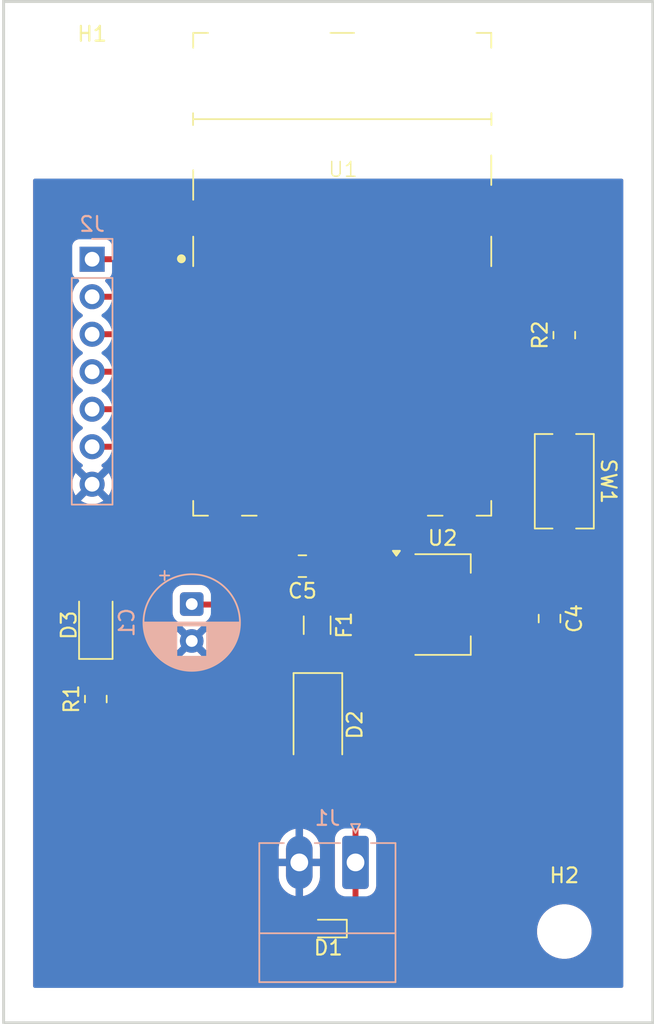
<source format=kicad_pcb>
(kicad_pcb (version 20241229) (generator "pcbnew") (generator_version "9.0")
  (title_block (title "Lambium ZigBee Router") (date "2025-06-15") (rev "B") (company "B4CKSP4CE") (comment 1 "CERN-OHL-S") (comment 2 "@heyflo"))
  (layers (0 "F.Cu" signal) (2 "B.Cu" signal) (25 "Edge.Cuts" user))
  (net 0 "")
  (net 1 "GND")
  (net 2 "+12V")
  (net 3 "Net-(D1-K)")
  (net 4 "Net-(D2-K)")
  (net 5 "/TDI")
  (net 6 "/TMS")
  (net 7 "/TCK")
  (net 8 "+3V3")
  (net 9 "/TDO")
  (net 10 "/RST")
  (net 34 "Net-(D3-A)")
  (net 35 "Net-(D3-K)")
  (net 36 "Net-(U1-PA7)")
  (footprint "Diode_SMD:D_SOD-523" (layer "F.Cu") (at 150 130.8 180)
    (property "Reference" "D1")
    (property "Value" "PESD12VS1UB")
  )
  (footprint "MountingHole:MountingHole_3.2mm_M3_ISO7380" (layer "F.Cu") (at 134 74)
    (property "Reference" "H1")
    (property "Value" "MountingHole")
  )
  (footprint "Logos:0x08_F_Cu" (layer "F.Cu") (at 136.072606 131.344884)
    (property "Reference" "REF**" (hide yes))
    (property "Value" "0x08_F_Cu")
  )
  (footprint "Capacitor_SMD:C_0805_2012Metric" (layer "F.Cu") (at 148.25 106.25 180)
    (property "Reference" "C5")
    (property "Value" "10uF / 16V")
  )
  (footprint "Diode_SMD:D_SMA" (layer "F.Cu") (at 149.3 117 -90)
    (property "Reference" "D2")
    (property "Value" "SS14")
  )
  (footprint "LED_SMD:LED_1206_3216Metric" (layer "F.Cu") (at 134.25 110.25 90)
    (property "Reference" "D3")
    (property "Value" "RUN")
  )
  (footprint "BKSP:RF_Module_CC2538" (layer "F.Cu") (at 151 87)
    (property "Reference" "U1")
    (property "Value" "CC2538")
  )
  (footprint "Fuse:Fuse_1206_3216Metric" (layer "F.Cu") (at 149.25 110.25 -90)
    (property "Reference" "F1")
    (property "Value" "MF-NSMF050-2")
  )
  (footprint "Button_Switch_SMD:SW_Tactile_SPST_NO_Straight_CK_PTS636Sx25SMTRLFS" (layer "F.Cu") (at 166 100.5 -90)
    (property "Reference" "SW1")
    (property "Value" "FLASH")
  )
  (footprint "Package_TO_SOT_SMD:SOT-223-3_TabPin2" (layer "F.Cu") (at 157.75 108.85)
    (property "Reference" "U2")
    (property "Value" "LT1117-3.3")
  )
  (footprint "Capacitor_SMD:C_0805_2012Metric" (layer "F.Cu") (at 165 109.8 -90)
    (property "Reference" "C4")
    (property "Value" "10uF / 16V")
  )
  (footprint "Resistor_SMD:R_0805_2012Metric" (layer "F.Cu") (at 134.25 115.25 90)
    (property "Reference" "R1")
    (property "Value" "270R")
  )
  (footprint "MountingHole:MountingHole_3.2mm_M3_ISO7380" (layer "F.Cu") (at 166 131)
    (property "Reference" "H2")
    (property "Value" "MountingHole")
  )
  (footprint "Resistor_SMD:R_0805_2012Metric" (layer "F.Cu") (at 166 90.6 90)
    (property "Reference" "R2")
    (property "Value" "5K1")
  )
  (footprint "Capacitor_THT:CP_Radial_D6.3mm_P2.50mm" (layer "B.Cu") (at 140.75 108.817621 -90)
    (property "Reference" "C1")
    (property "Value" "100uF / 25V")
  )
  (footprint "Connector_Phoenix_MC:PhoenixContact_MC_1,5_2-G-3.81_1x02_P3.81mm_Horizontal" (layer "B.Cu") (at 151.85 126.3175 180)
    (property "Reference" "J1")
    (property "Value" "PWR")
  )
  (footprint "Connector_PinHeader_2.54mm:PinHeader_1x07_P2.54mm_Vertical" (layer "B.Cu") (at 134 85.46 180)
    (property "Reference" "J2")
    (property "Value" "Conn_01x07_Pin")
  )
  (gr_poly (pts (xy 133.244506 123.478914) (xy 133.244656 123.477335) (xy 133.244901 123.475765) (xy 133.245242 123.474209) (xy 133.245677 123.47267) (xy 133.246209 123.471155) (xy 133.246835 123.469666) (xy 133.247557 123.468209) (xy 133.273899 123.420124) (xy 133.301114 123.372566) (xy 133.329194 123.325547) (xy 133.358131 123.279078) (xy 133.387916 123.23317) (xy 133.41854 123.187835) (xy 133.449996 123.143085) (xy 133.482275 123.09893) (xy 133.515368 123.055381) (xy 133.549266 123.012452) (xy 133.583962 122.970151) (xy 133.619447 122.928492) (xy 133.655712 122.887485) (xy 133.692749 122.847142) (xy 133.730549 122.807474) (xy 133.769104 122.768493) (xy 133.770177 122.767517) (xy 133.771285 122.766604) (xy 133.772426 122.765754) (xy 133.773597 122.764966) (xy 133.774798 122.764242) (xy 133.776024 122.763581) (xy 133.777274 122.762983) (xy 133.778545 122.762447) (xy 133.779836 122.761975) (xy 133.781143 122.761566) (xy 133.782464 122.761219) (xy 133.783797 122.760936) (xy 133.785139 122.760715) (xy 133.786488 122.760558) (xy 133.787843 122.760464) (xy 133.789199 122.760432) (xy 133.790556 122.760464) (xy 133.79191 122.760558) (xy 133.79326 122.760715) (xy 133.794602 122.760936) (xy 133.795935 122.761219) (xy 133.797256 122.761566) (xy 133.798563 122.761975) (xy 133.799853 122.762447) (xy 133.801124 122.762983) (xy 133.802374 122.763581) (xy 133.803601 122.764242) (xy 133.804801 122.764966) (xy 133.805973 122.765754) (xy 133.807114 122.766604) (xy 133.808222 122.767517) (xy 133.809294 122.768493) (xy 134.010497 122.95573) (xy 134.167715 123.097528) (xy 134.345449 123.25279) (xy 134.53078 123.407522) (xy 134.622257 123.480316) (xy 134.710787 123.547731) (xy 134.794756 123.608017) (xy 134.87255 123.659426) (xy 134.942552 123.700208) (xy 135.003147 123.728613) (xy 135.004367 123.729066) (xy 135.005604 123.729444) (xy 135.006854 123.729747) (xy 135.008114 123.729974) (xy 135.009382 123.730127) (xy 135.010653 123.730206) (xy 135.011925 123.73021) (xy 135.013194 123.73014) (xy 135.014456 123.729997) (xy 135.015709 123.729781) (xy 135.01695 123.729492) (xy 135.018174 123.72913) (xy 135.019379 123.728695) (xy 135.020561 123.728188) (xy 135.021718 123.72761) (xy 135.022845 123.726959) (xy 135.023931 123.726243) (xy 135.024967 123.725469) (xy 135.025949 123.724639) (xy 135.026878 123.723757) (xy 135.02775 123.722825) (xy 135.028565 123.721846) (xy 135.02932 123.720822) (xy 135.030014 123.719758) (xy 135.030644 123.718655) (xy 135.031211 123.717516) (xy 135.03171 123.716344) (xy 135.032142 123.715143) (xy 135.032503 123.713914) (xy 135.032793 123.71266) (xy 135.03301 123.711386) (xy 135.033151 123.710092) (xy 135.042323 123.624363) (xy 135.062442 123.529418) (xy 135.093768 123.427338) (xy 135.136561 123.320209) (xy 135.19108 123.210111) (xy 135.257587 123.099127) (xy 135.336339 122.989342) (xy 135.427598 122.882836) (xy 135.477999 122.831465) (xy 135.531624 122.781694) (xy 135.588505 122.733785) (xy 135.648676 122.687998) (xy 135.712168 122.644592) (xy 135.779014 122.60383) (xy 135.849246 122.56597) (xy 135.922897 122.531273) (xy 136 122.5) (xy 136.080587 122.472411) (xy 136.164691 122.448766) (xy 136.252343 122.429326) (xy 136.343577 122.41435) (xy 136.438425 122.4041) (xy 136.536919 122.398836) (xy 136.639092 122.398817) (xy 136.754982 122.404132) (xy 136.865947 122.41379) (xy 136.972085 122.427529) (xy 137.07349 122.445088) (xy 137.170258 122.466206) (xy 137.262484 122.490622) (xy 137.350264 122.518073) (xy 137.433694 122.548298) (xy 137.512869 122.581036) (xy 137.587884 122.616025) (xy 137.658834 122.653004) (xy 137.725817 122.691712) (xy 137.788926 122.731887) (xy 137.848258 122.773267) (xy 137.903907 122.815591) (xy 137.95597 122.858597) (xy 138.004542 122.902025) (xy 138.049718 122.945612) (xy 138.091594 122.989097) (xy 138.130266 123.032219) (xy 138.198377 123.116327) (xy 138.254815 123.195844) (xy 138.300345 123.268678) (xy 138.335731 123.332738) (xy 138.361736 123.385932) (xy 138.379125 123.426168) (xy 138.379293 123.426598) (xy 138.379443 123.427033) (xy 138.379575 123.42747) (xy 138.379689 123.42791) (xy 138.379785 123.428351) (xy 138.379863 123.428795) (xy 138.379923 123.42924) (xy 138.379966 123.429685) (xy 138.379991 123.43013) (xy 138.379999 123.430575) (xy 138.37999 123.431019) (xy 138.379964 123.431461) (xy 138.37992 123.431902) (xy 138.37986 123.43234) (xy 138.37969 123.433207) (xy 138.379453 123.434059) (xy 138.379311 123.434478) (xy 138.379152 123.434891) (xy 138.378977 123.435298) (xy 138.378786 123.435699) (xy 138.37858 123.436093) (xy 138.378357 123.43648) (xy 138.378119 123.436859) (xy 138.377866 123.437229) (xy 138.377598 123.43759) (xy 138.377314 123.437942) (xy 138.377015 123.438285) (xy 138.376701 123.438616) (xy 138.376372 123.438937) (xy 138.376029 123.439246) (xy 138.375309 123.439821) (xy 138.374554 123.440331) (xy 138.373768 123.440775) (xy 138.372956 123.441153) (xy 138.372122 123.441465) (xy 138.371269 123.441711) (xy 138.370403 123.441889) (xy 138.369526 123.442001) (xy 138.368643 123.442045) (xy 138.367758 123.442021) (xy 138.366876 123.441928) (xy 138.366 123.441767) (xy 138.365134 123.441537) (xy 138.364283 123.441238) (xy 138.36345 123.440868) (xy 138.36264 123.440429) (xy 138.314472 123.414077) (xy 138.24587 123.381891) (xy 138.204649 123.365135) (xy 138.159213 123.34875) (xy 138.109859 123.333347) (xy 138.056885 123.319534) (xy 138.000587 123.307922) (xy 137.941265 123.29912) (xy 137.879214 123.29374) (xy 137.814734 123.292389) (xy 137.748121 123.295679) (xy 137.679673 123.30422) (xy 137.609688 123.31862) (xy 137.574212 123.328208) (xy 137.538464 123.33949) (xy 137.496856 123.355004) (xy 137.457291 123.372407) (xy 137.419723 123.391586) (xy 137.384108 123.412433) (xy 137.350399 123.434835) (xy 137.318552 123.458683) (xy 137.288522 123.483866) (xy 137.260263 123.510272) (xy 137.23373 123.537792) (xy 137.208878 123.566314) (xy 137.185662 123.595727) (xy 137.164035 123.625922) (xy 137.143954 123.656787) (xy 137.125373 123.688211) (xy 137.092528 123.752296) (xy 137.06514 123.81729) (xy 137.042847 123.882308) (xy 137.025286 123.946463) (xy 137.012096 124.00887) (xy 137.002914 124.068644) (xy 136.99738 124.124898) (xy 136.99513 124.176746) (xy 136.995803 124.223304) (xy 137.003406 124.314992) (xy 137.017853 124.405502) (xy 137.039206 124.49418) (xy 137.067531 124.580371) (xy 137.084327 124.62233) (xy 137.10289 124.663423) (xy 137.123227 124.703567) (xy 137.145347 124.742682) (xy 137.169257 124.780685) (xy 137.194965 124.817494) (xy 137.222479 124.853029) (xy 137.251807 124.887206) (xy 137.282958 124.919945) (xy 137.315938 124.951165) (xy 137.350757 124.980782) (xy 137.387421 125.008716) (xy 137.425939 125.034884) (xy 137.466319 125.059206) (xy 137.508569 125.081599) (xy 137.552696 125.101981) (xy 137.598708 125.120272) (xy 137.646614 125.136389) (xy 137.696422 125.150251) (xy 137.748139 125.161775) (xy 137.801773 125.170881) (xy 137.857333 125.177486) (xy 137.914825 125.181509) (xy 137.974259 125.182868) (xy 138.039784 125.180702) (xy 138.101887 125.174365) (xy 138.160649 125.164097) (xy 138.216156 125.150137) (xy 138.268491 125.132725) (xy 138.317738 125.112101) (xy 138.363982 125.088506) (xy 138.407305 125.062179) (xy 138.447792 125.03336) (xy 138.485526 125.002289) (xy 138.520593 124.969206) (xy 138.553075 124.934351) (xy 138.583056 124.897964) (xy 138.61062 124.860284) (xy 138.635852 124.821552) (xy 138.658835 124.782008) (xy 138.679653 124.741891) (xy 138.69839 124.701442) (xy 138.729956 124.620506) (xy 138.754204 124.541119) (xy 138.771806 124.4652) (xy 138.783433 124.39467) (xy 138.789756 124.331447) (xy 138.791447 124.277451) (xy 138.789175 124.234602) (xy 138.789173 124.23413) (xy 138.78919 124.233662) (xy 138.789226 124.233198) (xy 138.789281 124.232738) (xy 138.789354 124.232284) (xy 138.789446 124.231835) (xy 138.789555 124.231391) (xy 138.789681 124.230954) (xy 138.789825 124.230524) (xy 138.789985 124.2301) (xy 138.790162 124.229685) (xy 138.790355 124.229277) (xy 138.790564 124.228878) (xy 138.790788 124.228488) (xy 138.791028 124.228108) (xy 138.791282 124.227737) (xy 138.791551 124.227377) (xy 138.791834 124.227028) (xy 138.79213 124.22669) (xy 138.792441 124.226363) (xy 138.792764 124.226049) (xy 138.7931 124.225748) (xy 138.793449 124.225459) (xy 138.79381 124.225184) (xy 138.794183 124.224924) (xy 138.794568 124.224677) (xy 138.794964 124.224446) (xy 138.79537 124.22423) (xy 138.795788 124.22403) (xy 138.796215 124.223846) (xy 138.796653 124.223679) (xy 138.7971 124.223529) (xy 138.797553 124.223397) (xy 138.798007 124.223286) (xy 138.798464 124.223193) (xy 138.798921 124.22312) (xy 138.799378 124.223066) (xy 138.799835 124.223031) (xy 138.800291 124.223015) (xy 138.800747 124.223017) (xy 138.8012 124.223037) (xy 138.801651 124.223076) (xy 138.802099 124.223132) (xy 138.802544 124.223206) (xy 138.802985 124.223298) (xy 138.803421 124.223407) (xy 138.803853 124.223533) (xy 138.804279 124.223676) (xy 138.804699 124.223836) (xy 138.805112 124.224012) (xy 138.805519 124.224205) (xy 138.805917 124.224414) (xy 138.806308 124.224639) (xy 138.80669 124.22488) (xy 138.807063 124.225137) (xy 138.807426 124.225409) (xy 138.807779 124.225696) (xy 138.808121 124.225999) (xy 138.808452 124.226316) (xy 138.808771 124.226648) (xy 138.809078 124.226994) (xy 138.809372 124.227355) (xy 138.809652 124.22773) (xy 138.809919 124.228119) (xy 138.834107 124.268939) (xy 138.863655 124.336075) (xy 138.895916 124.435095) (xy 138.912236 124.498301) (xy 138.928243 124.571565) (xy 138.943606 124.655584) (xy 138.957993 124.751052) (xy 138.971074 124.858667) (xy 138.982518 124.979125) (xy 138.991995 125.11312) (xy 138.999173 125.261348) (xy 139.003723 125.424507) (xy 139.005313 125.603291) (xy 139.000176 125.873314) (xy 138.98555 126.134208) (xy 138.962609 126.385231) (xy 138.932529 126.625641) (xy 138.896486 126.854695) (xy 138.855656 127.071651) (xy 138.811213 127.275768) (xy 138.764334 127.466301) (xy 138.716194 127.642511) (xy 138.667968 127.803653) (xy 138.620833 127.948985) (xy 138.575963 128.077767) (xy 138.497722 128.282705) (xy 138.442651 128.412531) (xy 138.441546 128.414825) (xy 138.440326 128.417044) (xy 138.438993 128.419185) (xy 138.437553 128.421245) (xy 138.43601 128.42322) (xy 138.434367 128.425105) (xy 138.432628 128.426899) (xy 138.430798 128.428596) (xy 138.42888 128.430195) (xy 138.426879 128.43169) (xy 138.424799 128.433079) (xy 138.422644 128.434357) (xy 138.420417 128.435522) (xy 138.418123 128.43657) (xy 138.415766 128.437497) (xy 138.41335 128.4383) (xy 138.410894 128.438971) (xy 138.408418 128.439505) (xy 138.405928 128.439905) (xy 138.403429 128.440169) (xy 138.400926 128.440299) (xy 138.398425 128.440296) (xy 138.395931 128.440161) (xy 138.393449 128.439893) (xy 138.390985 128.439494) (xy 138.388543 128.438965) (xy 138.386131 128.438306) (xy 138.383751 128.437517) (xy 138.381411 128.436601) (xy 138.379116 128.435557) (xy 138.37687 128.434386) (xy 138.374679 128.433089) (xy 138.076308 128.244547) (xy 138.009066 128.205265) (xy 137.915937 128.161079) (xy 137.775067 128.1049) (xy 137.580406 128.040004) (xy 137.461012 128.005311) (xy 137.325902 127.969669) (xy 137.174318 127.933486) (xy 137.005504 127.897172) (xy 136.818705 127.861137) (xy 136.613162 127.825791) (xy 136.507157 127.807651) (xy 136.404315 127.788182) (xy 136.30465 127.767506) (xy 136.208175 127.745751) (xy 136.114903 127.723041) (xy 136.024847 127.6995) (xy 135.938022 127.675254) (xy 135.854439 127.650428) (xy 135.774112 127.625146) (xy 135.697055 127.599534) (xy 135.552802 127.54782) (xy 135.421785 127.496285) (xy 135.30411 127.445929) (xy 135.199883 127.397752) (xy 135.109209 127.352754) (xy 135.032195 127.311935) (xy 134.968946 127.276295) (xy 134.884168 127.224553) (xy 134.85572 127.205528) (xy 134.817814 127.179401) (xy 134.717937 127.100828) (xy 134.65125 127.041784) (xy 134.576857 126.969522) (xy 134.497356 126.884005) (xy 134.415341 126.785198) (xy 134.333409 126.673064) (xy 134.254155 126.547568) (xy 134.180175 126.408675) (xy 134.145974 126.334192) (xy 134.114065 126.256347) (xy 134.084773 126.175134) (xy 134.058421 126.09055) (xy 134.035335 126.002589) (xy 134.015838 125.911247) (xy 134.000256 125.81652) (xy 133.988913 125.718404) (xy 133.982133 125.616893) (xy 133.980241 125.511983) (xy 133.982731 125.419287) (xy 133.988913 125.330177) (xy 133.998567 125.244597) (xy 134.011476 125.162489) (xy 134.027424 125.083799) (xy 134.046193 125.008468) (xy 134.067565 124.936439) (xy 134.091322 124.867658) (xy 134.117249 124.802066) (xy 134.145126 124.739607) (xy 134.174737 124.680224) (xy 134.205865 124.623861) (xy 134.238291 124.570461) (xy 134.271799 124.519967) (xy 134.30617 124.472323) (xy 134.341189 124.427472) (xy 134.376636 124.385358) (xy 134.412296 124.345923) (xy 134.447949 124.309111) (xy 134.48338 124.274866) (xy 134.552702 124.213847) (xy 134.618524 124.162413) (xy 134.679105 124.120112) (xy 134.732706 124.086489) (xy 134.777588 124.061092) (xy 134.812011 124.043466) (xy 134.813032 124.042839) (xy 134.814003 124.042153) (xy 134.814923 124.041411) (xy 134.815789 124.040615) (xy 134.8166 124.039769) (xy 134.817353 124.038877) (xy 134.818048 124.03794) (xy 134.818682 124.036962) (xy 134.819253 124.035947) (xy 134.81976 124.034896) (xy 134.8202 124.033814) (xy 134.820572 124.032703) (xy 134.820874 124.031567) (xy 134.821104 124.030407) (xy 134.821261 124.029229) (xy 134.821342 124.028033) (xy 134.821353 124.027433) (xy 134.821345 124.026835) (xy 134.821272 124.025649) (xy 134.821124 124.024476) (xy 134.820903 124.023321) (xy 134.82061 124.022187) (xy 134.820247 124.021076) (xy 134.819816 124.019992) (xy 134.819318 124.018939) (xy 134.818755 124.017919) (xy 134.818128 124.016936) (xy 134.817439 124.015992) (xy 134.81669 124.015091) (xy 134.815882 124.014237) (xy 134.815017 124.013431) (xy 134.814097 124.012678) (xy 134.813616 124.012322) (xy 134.813123 124.011981) (xy 134.687044 123.946765) (xy 134.560994 123.886914) (xy 134.43581 123.832237) (xy 134.312328 123.782548) (xy 134.191384 123.737658) (xy 134.073815 123.697378) (xy 133.960457 123.66152) (xy 133.852146 123.629896) (xy 133.749719 123.602318) (xy 133.654013 123.578597) (xy 133.486108 123.541974) (xy 133.355121 123.518522) (xy 133.267744 123.506733) (xy 133.266135 123.506497) (xy 133.264555 123.506165) (xy 133.263006 123.505739) (xy 133.261494 123.505222) (xy 133.26002 123.504616) (xy 133.25859 123.503924) (xy 133.257206 123.503149) (xy 133.255872 123.502292) (xy 133.254593 123.501356) (xy 133.253371 123.500344) (xy 133.252211 123.499258) (xy 133.251115 123.498102) (xy 133.250088 123.496876) (xy 133.249134 123.495584) (xy 133.248256 123.494229) (xy 133.247457 123.492813) (xy 133.246747 123.49135) (xy 133.246132 123.489856) (xy 133.245614 123.488337) (xy 133.24519 123.486795) (xy 133.244863 123.485236) (xy 133.24463 123.483664) (xy 133.244493 123.482083) (xy 133.244452 123.480499)) (stroke (width -0.000001)) (fill yes) (layer "F.Cu") (net 1))
  (gr_rect (start 128 68) (end 172 137.1825) (stroke (width 0.2)) (fill no) (layer "Edge.Cuts"))
  (segment (start 140.782379 108.85) (end 140.75 108.817621) (width 0.4) (layer "F.Cu") (net 2))
  (segment (start 153.15 111.15) (end 154.6 111.15) (width 0.4) (layer "F.Cu") (net 2))
  (segment (start 149.25 108.85) (end 140.782379 108.85) (width 0.4) (layer "F.Cu") (net 2))
  (segment (start 149.25 108.85) (end 150.85 108.85) (width 0.4) (layer "F.Cu") (net 2))
  (segment (start 149.25 108.85) (end 149.25 106.25) (width 0.4) (layer "F.Cu") (net 2))
  (segment (start 140.7 108.85) (end 140.732379 108.817621) (width 0.4) (layer "F.Cu") (net 2))
  (segment (start 149.217621 108.817621) (end 149.25 108.85) (width 0.4) (layer "F.Cu") (net 2))
  (segment (start 150.85 108.85) (end 153.15 111.15) (width 0.4) (layer "F.Cu") (net 2))
  (segment (start 151.2 130.8) (end 151.85 130.15) (width 0.4) (layer "F.Cu") (net 3))
  (segment (start 149.3 121.3) (end 149.3 119) (width 0.4) (layer "F.Cu") (net 3))
  (segment (start 150.7 130.8) (end 151.2 130.8) (width 0.4) (layer "F.Cu") (net 3))
  (segment (start 151.85 130.15) (end 151.85 126.3175) (width 0.4) (layer "F.Cu") (net 3))
  (segment (start 151.85 126.3175) (end 151.85 123.85) (width 0.4) (layer "F.Cu") (net 3))
  (segment (start 151.85 123.85) (end 149.3 121.3) (width 0.4) (layer "F.Cu") (net 3))
  (segment (start 149.3 111.7) (end 149.25 111.65) (width 0.4) (layer "F.Cu") (net 4))
  (segment (start 149.3 115) (end 149.3 111.7) (width 0.4) (layer "F.Cu") (net 4))
  (segment (start 138 94.75) (end 138.685 94.065) (width 0.4) (layer "F.Cu") (net 5))
  (segment (start 136.84 98.16) (end 138 97) (width 0.4) (layer "F.Cu") (net 5))
  (segment (start 138 97) (end 138 94.75) (width 0.4) (layer "F.Cu") (net 5))
  (segment (start 138.685 94.065) (end 140.7 94.065) (width 0.4) (layer "F.Cu") (net 5))
  (segment (start 134 98.16) (end 136.84 98.16) (width 0.4) (layer "F.Cu") (net 5))
  (segment (start 140.695 90.25) (end 140.7 90.255) (width 0.4) (layer "F.Cu") (net 6))
  (segment (start 137.5 90.25) (end 140.695 90.25) (width 0.4) (layer "F.Cu") (net 6))
  (segment (start 134 90.54) (end 137.21 90.54) (width 0.4) (layer "F.Cu") (net 6))
  (segment (start 137.21 90.54) (end 137.5 90.25) (width 0.4) (layer "F.Cu") (net 6))
  (segment (start 134 93.08) (end 136.17 93.08) (width 0.4) (layer "F.Cu") (net 7))
  (segment (start 136.17 93.08) (end 137.725 91.525) (width 0.4) (layer "F.Cu") (net 7))
  (segment (start 137.725 91.525) (end 140.7 91.525) (width 0.4) (layer "F.Cu") (net 7))
  (segment (start 158 108.85) (end 160.9 108.85) (width 0.4) (layer "F.Cu") (net 8))
  (segment (start 153.735 88.985) (end 158 93.25) (width 0.4) (layer "F.Cu") (net 8))
  (segment (start 165 106.85) (end 166 105.85) (width 0.4) (layer "F.Cu") (net 8))
  (segment (start 137.5 88) (end 138.485 88.985) (width 0.4) (layer "F.Cu") (net 8))
  (segment (start 166 105.85) (end 166 104.375) (width 0.4) (layer "F.Cu") (net 8))
  (segment (start 154.6 108.85) (end 158 108.85) (width 0.4) (layer "F.Cu") (net 8))
  (segment (start 158 93.25) (end 158 108.85) (width 0.4) (layer "F.Cu") (net 8))
  (segment (start 165 108.85) (end 165 106.85) (width 0.4) (layer "F.Cu") (net 8))
  (segment (start 134 88) (end 137.5 88) (width 0.4) (layer "F.Cu") (net 8))
  (segment (start 140.7 88.985) (end 153.735 88.985) (width 0.4) (layer "F.Cu") (net 8))
  (segment (start 138.485 88.985) (end 140.7 88.985) (width 0.4) (layer "F.Cu") (net 8))
  (segment (start 165 108.85) (end 160.9 108.85) (width 0.4) (layer "F.Cu") (net 8))
  (segment (start 136.63 95.62) (end 137 95.25) (width 0.4) (layer "F.Cu") (net 9))
  (segment (start 137 94) (end 138.205 92.795) (width 0.4) (layer "F.Cu") (net 9))
  (segment (start 137 95.25) (end 137 94) (width 0.4) (layer "F.Cu") (net 9))
  (segment (start 134 95.62) (end 136.63 95.62) (width 0.4) (layer "F.Cu") (net 9))
  (segment (start 138.205 92.795) (end 140.7 92.795) (width 0.4) (layer "F.Cu") (net 9))
  (segment (start 134 85.46) (end 134.04 85.5) (width 0.4) (layer "F.Cu") (net 10))
  (segment (start 161.2 87.715) (end 157.715 87.715) (width 0.4) (layer "F.Cu") (net 10))
  (segment (start 152.5 82.5) (end 140.5 82.5) (width 0.4) (layer "F.Cu") (net 10))
  (segment (start 157.715 87.715) (end 152.5 82.5) (width 0.4) (layer "F.Cu") (net 10))
  (segment (start 137.54 85.46) (end 134 85.46) (width 0.4) (layer "F.Cu") (net 10))
  (segment (start 140.5 82.5) (end 137.54 85.46) (width 0.4) (layer "F.Cu") (net 10))
  (segment (start 134.25 108.85) (end 134.25 106.75) (width 0.4) (layer "F.Cu") (net 34))
  (segment (start 135.75 105.25) (end 139 105.25) (width 0.4) (layer "F.Cu") (net 34))
  (segment (start 134.25 106.75) (end 135.75 105.25) (width 0.4) (layer "F.Cu") (net 34))
  (segment (start 140.7 103.55) (end 140.7 100.415) (width 0.4) (layer "F.Cu") (net 34))
  (segment (start 139 105.25) (end 140.7 103.55) (width 0.4) (layer "F.Cu") (net 34))
  (segment (start 134.25 114.3375) (end 134.25 111.65) (width 0.4) (layer "F.Cu") (net 35))
  (segment (start 165.9875 91.525) (end 166 91.5125) (width 0.4) (layer "F.Cu") (net 36))
  (segment (start 166 96.625) (end 166 91.5125) (width 0.4) (layer "F.Cu") (net 36))
  (segment (start 161.2 91.525) (end 165.9875 91.525) (width 0.4) (layer "F.Cu") (net 36))
  (zone (net 0) (net_name "") (layer "F.Cu") (connect_pads (clearance 0)) (min_thickness 0.25)
    (keepout (tracks allowed) (vias allowed) (pads allowed) (copperpour not_allowed) (footprints allowed))
    (fill (thermal_gap 0.5) (thermal_bridge_width 0.5))
    (polygon (pts (xy 132.854439 128.850428) (xy 132.854439 122.050428) (xy 139.454439 122.050428) (xy 139.454439 128.850428)))
  )
  (zone (net 0) (net_name "") (layers "F.Cu" "B.Cu") (name "CC2538_Antenna") (connect_pads (clearance 0)) (min_thickness 0.25)
    (keepout (tracks not_allowed) (vias not_allowed) (pads allowed) (copperpour not_allowed) (footprints allowed))
    (fill (thermal_gap 0.5) (thermal_bridge_width 0.5))
    (polygon (pts (xy 170 80) (xy 170 70) (xy 130 70) (xy 130 80)))
  )
  (zone (net 1) (net_name "GND") (layers "F.Cu" "B.Cu") (connect_pads (clearance 0.5)) (min_thickness 0.25) (fill yes (thermal_gap 0.5) (thermal_bridge_width 0.5))
    (polygon (pts (xy 130 70) (xy 170 70) (xy 170 134.8175) (xy 130 134.8175)))
  )
)
</source>
